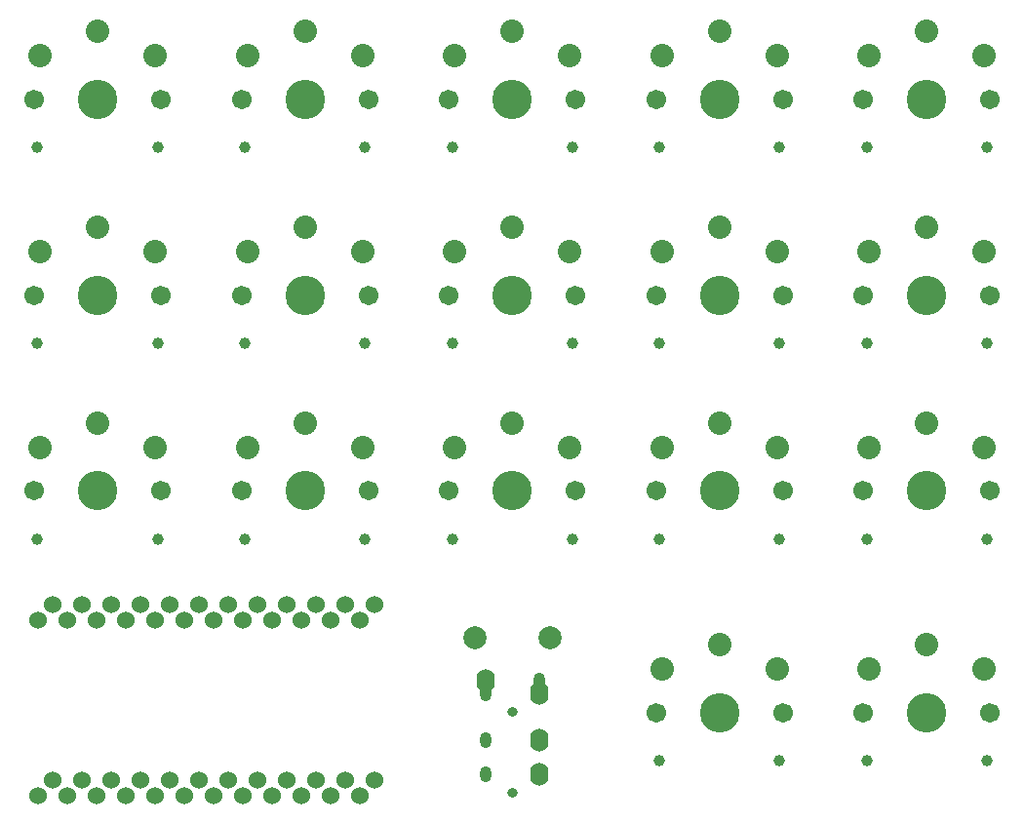
<source format=gts>
%TF.GenerationSoftware,KiCad,Pcbnew,(5.1.12)-1*%
%TF.CreationDate,2021-11-19T00:53:14-08:00*%
%TF.ProjectId,orthodox,6f727468-6f64-46f7-982e-6b696361645f,rev?*%
%TF.SameCoordinates,Original*%
%TF.FileFunction,Soldermask,Top*%
%TF.FilePolarity,Negative*%
%FSLAX46Y46*%
G04 Gerber Fmt 4.6, Leading zero omitted, Abs format (unit mm)*
G04 Created by KiCad (PCBNEW (5.1.12)-1) date 2021-11-19 00:53:14*
%MOMM*%
%LPD*%
G01*
G04 APERTURE LIST*
%ADD10C,1.701800*%
%ADD11C,0.990600*%
%ADD12C,2.032000*%
%ADD13C,3.429000*%
%ADD14C,0.800000*%
%ADD15O,1.000000X1.400000*%
%ADD16C,2.000000*%
%ADD17C,1.524000*%
%ADD18O,1.600000X2.000000*%
G04 APERTURE END LIST*
D10*
%TO.C,MX6*%
X77500000Y-68000000D03*
X66500000Y-68000000D03*
D11*
X66780000Y-72200000D03*
D12*
X72000000Y-62100000D03*
X77000000Y-64200000D03*
D13*
X72000000Y-68000000D03*
D12*
X67000000Y-64200000D03*
D11*
X77220000Y-72200000D03*
%TD*%
D14*
%TO.C,U2*%
X90020000Y-87205000D03*
X90020000Y-94205000D03*
D15*
X87720000Y-92605000D03*
X87720000Y-89605000D03*
X87720000Y-85605000D03*
X92320000Y-84505000D03*
%TD*%
D11*
%TO.C,MX1*%
X59220000Y-38200000D03*
D12*
X49000000Y-30200000D03*
D13*
X54000000Y-34000000D03*
D12*
X59000000Y-30200000D03*
X54000000Y-28100000D03*
D11*
X48780000Y-38200000D03*
D10*
X48500000Y-34000000D03*
X59500000Y-34000000D03*
%TD*%
%TO.C,MX2*%
X59500000Y-51000000D03*
X48500000Y-51000000D03*
D11*
X48780000Y-55200000D03*
D12*
X54000000Y-45100000D03*
X59000000Y-47200000D03*
D13*
X54000000Y-51000000D03*
D12*
X49000000Y-47200000D03*
D11*
X59220000Y-55200000D03*
%TD*%
D10*
%TO.C,MX3*%
X59500000Y-68000000D03*
X48500000Y-68000000D03*
D11*
X48780000Y-72200000D03*
D12*
X54000000Y-62100000D03*
X59000000Y-64200000D03*
D13*
X54000000Y-68000000D03*
D12*
X49000000Y-64200000D03*
D11*
X59220000Y-72200000D03*
%TD*%
D10*
%TO.C,MX4*%
X77500000Y-34000000D03*
X66500000Y-34000000D03*
D11*
X66780000Y-38200000D03*
D12*
X72000000Y-28100000D03*
X77000000Y-30200000D03*
D13*
X72000000Y-34000000D03*
D12*
X67000000Y-30200000D03*
D11*
X77220000Y-38200000D03*
%TD*%
%TO.C,MX5*%
X77220000Y-55200000D03*
D12*
X67000000Y-47200000D03*
D13*
X72000000Y-51000000D03*
D12*
X77000000Y-47200000D03*
X72000000Y-45100000D03*
D11*
X66780000Y-55200000D03*
D10*
X66500000Y-51000000D03*
X77500000Y-51000000D03*
%TD*%
D11*
%TO.C,MX7*%
X95220000Y-38200000D03*
D12*
X85000000Y-30200000D03*
D13*
X90000000Y-34000000D03*
D12*
X95000000Y-30200000D03*
X90000000Y-28100000D03*
D11*
X84780000Y-38200000D03*
D10*
X84500000Y-34000000D03*
X95500000Y-34000000D03*
%TD*%
%TO.C,MX8*%
X95500000Y-51000000D03*
X84500000Y-51000000D03*
D11*
X84780000Y-55200000D03*
D12*
X90000000Y-45100000D03*
X95000000Y-47200000D03*
D13*
X90000000Y-51000000D03*
D12*
X85000000Y-47200000D03*
D11*
X95220000Y-55200000D03*
%TD*%
D10*
%TO.C,MX9*%
X95500000Y-68000000D03*
X84500000Y-68000000D03*
D11*
X84780000Y-72200000D03*
D12*
X90000000Y-62100000D03*
X95000000Y-64200000D03*
D13*
X90000000Y-68000000D03*
D12*
X85000000Y-64200000D03*
D11*
X95220000Y-72200000D03*
%TD*%
D10*
%TO.C,MX10*%
X113500000Y-34000000D03*
X102500000Y-34000000D03*
D11*
X102780000Y-38200000D03*
D12*
X108000000Y-28100000D03*
X113000000Y-30200000D03*
D13*
X108000000Y-34000000D03*
D12*
X103000000Y-30200000D03*
D11*
X113220000Y-38200000D03*
%TD*%
%TO.C,MX11*%
X113220000Y-55200000D03*
D12*
X103000000Y-47200000D03*
D13*
X108000000Y-51000000D03*
D12*
X113000000Y-47200000D03*
X108000000Y-45100000D03*
D11*
X102780000Y-55200000D03*
D10*
X102500000Y-51000000D03*
X113500000Y-51000000D03*
%TD*%
%TO.C,MX12*%
X113500000Y-68000000D03*
X102500000Y-68000000D03*
D11*
X102780000Y-72200000D03*
D12*
X108000000Y-62100000D03*
X113000000Y-64200000D03*
D13*
X108000000Y-68000000D03*
D12*
X103000000Y-64200000D03*
D11*
X113220000Y-72200000D03*
%TD*%
D10*
%TO.C,MX13*%
X113500000Y-87250000D03*
X102500000Y-87250000D03*
D11*
X102780000Y-91450000D03*
D12*
X108000000Y-81350000D03*
X113000000Y-83450000D03*
D13*
X108000000Y-87250000D03*
D12*
X103000000Y-83450000D03*
D11*
X113220000Y-91450000D03*
%TD*%
%TO.C,MX14*%
X131220000Y-38200000D03*
D12*
X121000000Y-30200000D03*
D13*
X126000000Y-34000000D03*
D12*
X131000000Y-30200000D03*
X126000000Y-28100000D03*
D11*
X120780000Y-38200000D03*
D10*
X120500000Y-34000000D03*
X131500000Y-34000000D03*
%TD*%
%TO.C,MX15*%
X131500000Y-51000000D03*
X120500000Y-51000000D03*
D11*
X120780000Y-55200000D03*
D12*
X126000000Y-45100000D03*
X131000000Y-47200000D03*
D13*
X126000000Y-51000000D03*
D12*
X121000000Y-47200000D03*
D11*
X131220000Y-55200000D03*
%TD*%
%TO.C,MX16*%
X131220000Y-72200000D03*
D12*
X121000000Y-64200000D03*
D13*
X126000000Y-68000000D03*
D12*
X131000000Y-64200000D03*
X126000000Y-62100000D03*
D11*
X120780000Y-72200000D03*
D10*
X120500000Y-68000000D03*
X131500000Y-68000000D03*
%TD*%
D11*
%TO.C,MX17*%
X131220000Y-91450000D03*
D12*
X121000000Y-83450000D03*
D13*
X126000000Y-87250000D03*
D12*
X131000000Y-83450000D03*
X126000000Y-81350000D03*
D11*
X120780000Y-91450000D03*
D10*
X120500000Y-87250000D03*
X131500000Y-87250000D03*
%TD*%
D16*
%TO.C,SW1*%
X86750000Y-80730000D03*
X93250000Y-80730000D03*
%TD*%
D17*
%TO.C,U1*%
X50092000Y-93150000D03*
X52632000Y-93150000D03*
X55172000Y-93150000D03*
X57712000Y-93150000D03*
X60252000Y-93150000D03*
X62792000Y-93150000D03*
X65332000Y-93150000D03*
X67872000Y-93150000D03*
X70412000Y-93150000D03*
X72952000Y-93150000D03*
X75492000Y-93150000D03*
X78032000Y-93150000D03*
X78032000Y-77910000D03*
X75492000Y-77910000D03*
X72952000Y-77910000D03*
X70412000Y-77910000D03*
X67872000Y-77910000D03*
X65332000Y-77910000D03*
X62792000Y-77910000D03*
X60252000Y-77910000D03*
X57712000Y-77910000D03*
X55172000Y-77910000D03*
X52632000Y-77910000D03*
X50092000Y-77910000D03*
X48822000Y-94456400D03*
X51362000Y-94456400D03*
X53902000Y-94456400D03*
X56442000Y-94456400D03*
X58982000Y-94456400D03*
X61522000Y-94456400D03*
X64062000Y-94456400D03*
X66602000Y-94456400D03*
X69142000Y-94456400D03*
X71682000Y-94456400D03*
X74222000Y-94456400D03*
X76762000Y-94456400D03*
X76762000Y-79236400D03*
X74222000Y-79236400D03*
X71682000Y-79236400D03*
X69142000Y-79236400D03*
X66602000Y-79236400D03*
X64062000Y-79236400D03*
X61522000Y-79236400D03*
X58982000Y-79236400D03*
X56442000Y-79236400D03*
X53902000Y-79236400D03*
X51362000Y-79236400D03*
X48822000Y-79236400D03*
%TD*%
D18*
%TO.C,U3*%
X87725000Y-84505000D03*
X92325000Y-85605000D03*
X92325000Y-92605000D03*
D14*
X90025000Y-87205000D03*
X90025000Y-94205000D03*
D18*
X92325000Y-89605000D03*
%TD*%
M02*

</source>
